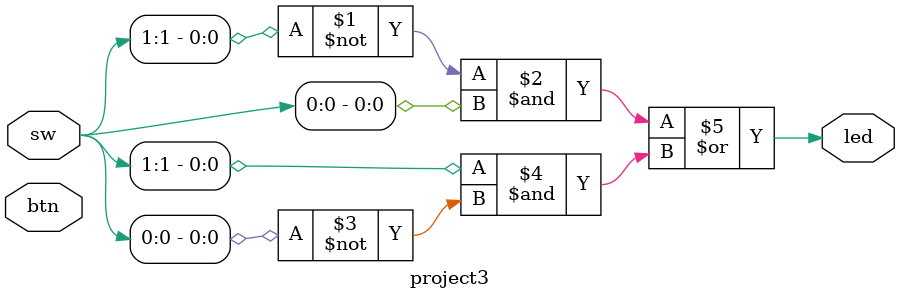
<source format=v>
`timescale 1ns / 1ps

module project3(input [0:4] btn, input [0:5] sw, output led);

assign led[0] = (~sw[1]&sw[0])|(sw[1]&~sw[0]); // *This is led[0]'s Sum of Products Expression*
// (sw[0]|sw[1])&(~sw[0]|~sw[1]; *This is led[0]'s Product of Sums Expression*

assign led[1] = (~sw[3]&~sw[2]&~sw[1])|(~sw[0]&sw[2]&sw[1])|(sw[3]&~sw[2]&sw[1]); // *This is led[1]'s Sum of Products Expression*
// (sw[3]|sw[2]|~sw[1])&(sw[3]|~sw[2]|sw[1])&(~sw[3]|sw[2]|sw[1])&(~sw[3]|~sw[2]|sw[1])&(~sw[3]|~sw[2]|~sw[1]); *This is led[1]'s Product of Sums Expression*

assign led[2] = (~sw[7]&~sw[6]&~sw[5]&sw[4])|(~sw[7]&~sw[6]&sw[5]&sw[4])|(~sw[7]&sw[6]&~sw[5]&~sw[4])|(sw[7]&sw[6]&sw[5]&sw[4]); // This is led[2]'s Sum of Products Expression
// (sw[7]|sw[6]|sw[5]|sw[4])&(sw[7]|sw[6]|~sw[5]|sw[4])&(sw[7]|~sw[6]|sw[5]|~sw[4])&(sw[7]|~sw[6]|~sw[5]|sw[4])&(sw[7]|~sw[6]|~sw[5]|~sw[4])&(~sw[7]|sw[6]|sw[5]|sw[4])&(~sw[7]|sw[6]|sw[5]|~sw[4])&(~sw[7]|sw[6]|~sw[5]|sw[4])&(~sw[7]|sw[6]|~sw[5]|~sw[4])&(~sw[7]|~sw[6]|sw[5]|sw[4])&(~sw[7]|~sw[6]|sw[5]|~sw[4])&(~sw[7]|~sw[6]|~sw[5]|sw[4]); *This is led[2]'s Product of Sums Expression*

// Later Practice of POS and SOP Expressions of Logic Circuits:
//assign led[3] = (sw[3]|sw[4]|sw[5]|sw[6])&(sw[3]|sw[4]|sw[5]|~sw[6])&(~sw[3]|~sw[4]|~sw[5]|~sw[6])&(sw[3]|~sw[4]|sw[5]|sw[6])&(~sw[3]|sw[4]|~sw[5]|~sw[6])&(~sw[3]|sw[4]|~sw[5]|sw[6])&(sw[3]|~sw[4]|sw[5]|~sw[6]);

//assign led = (~btn[0]&sw[5]&~sw[4]&~sw[3]&sw[2]&~sw[1])|(~btn[0]&~sw[5]&~sw[4]&sw[3]&~sw[2]&sw[1])|(~btn[0]&sw[5]&sw[4]&~sw[3]&sw[2]&~sw[1]);
endmodule

</source>
